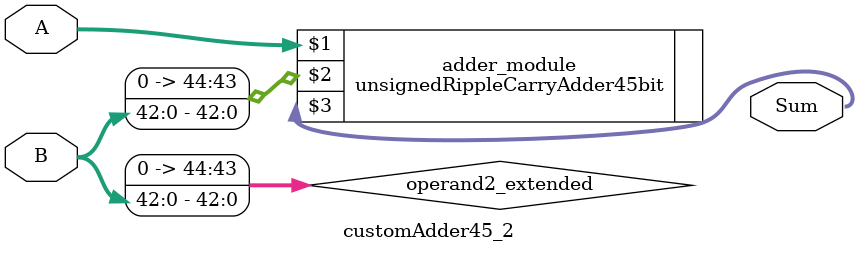
<source format=v>
module customAdder45_2(
                        input [44 : 0] A,
                        input [42 : 0] B,
                        
                        output [45 : 0] Sum
                );

        wire [44 : 0] operand2_extended;
        
        assign operand2_extended =  {2'b0, B};
        
        unsignedRippleCarryAdder45bit adder_module(
            A,
            operand2_extended,
            Sum
        );
        
        endmodule
        
</source>
